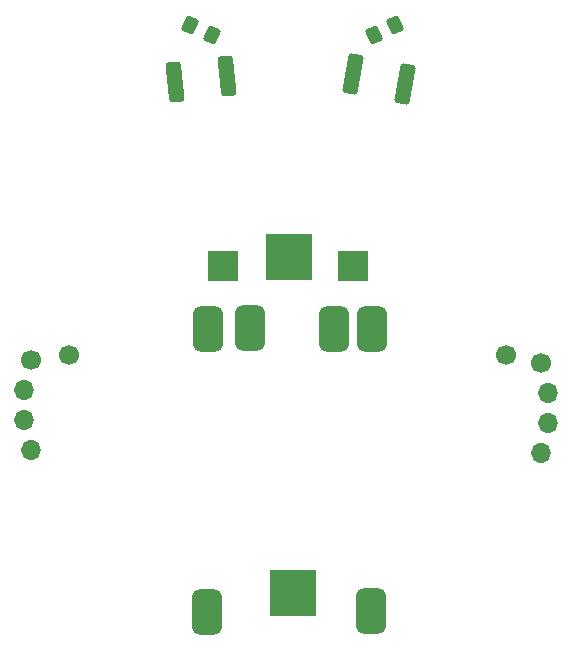
<source format=gbr>
%TF.GenerationSoftware,KiCad,Pcbnew,7.0.9*%
%TF.CreationDate,2023-12-02T23:17:25+01:00*%
%TF.ProjectId,pilkbadge,70696c6b-6261-4646-9765-2e6b69636164,rev?*%
%TF.SameCoordinates,Original*%
%TF.FileFunction,Soldermask,Bot*%
%TF.FilePolarity,Negative*%
%FSLAX46Y46*%
G04 Gerber Fmt 4.6, Leading zero omitted, Abs format (unit mm)*
G04 Created by KiCad (PCBNEW 7.0.9) date 2023-12-02 23:17:25*
%MOMM*%
%LPD*%
G01*
G04 APERTURE LIST*
G04 Aperture macros list*
%AMRoundRect*
0 Rectangle with rounded corners*
0 $1 Rounding radius*
0 $2 $3 $4 $5 $6 $7 $8 $9 X,Y pos of 4 corners*
0 Add a 4 corners polygon primitive as box body*
4,1,4,$2,$3,$4,$5,$6,$7,$8,$9,$2,$3,0*
0 Add four circle primitives for the rounded corners*
1,1,$1+$1,$2,$3*
1,1,$1+$1,$4,$5*
1,1,$1+$1,$6,$7*
1,1,$1+$1,$8,$9*
0 Add four rect primitives between the rounded corners*
20,1,$1+$1,$2,$3,$4,$5,0*
20,1,$1+$1,$4,$5,$6,$7,0*
20,1,$1+$1,$6,$7,$8,$9,0*
20,1,$1+$1,$8,$9,$2,$3,0*%
G04 Aperture macros list end*
%ADD10C,1.700000*%
%ADD11O,1.700000X1.700000*%
%ADD12R,4.000000X4.000000*%
%ADD13RoundRect,0.250000X0.104372X0.545189X-0.484728X0.270488X-0.104372X-0.545189X0.484728X-0.270488X0*%
%ADD14RoundRect,0.250000X-0.645713X-1.358512X0.142133X-1.497431X0.645713X1.358512X-0.142133X1.497431X0*%
%ADD15R,2.500000X2.500000*%
%ADD16RoundRect,0.635750X0.635750X1.295250X-0.635750X1.295250X-0.635750X-1.295250X0.635750X-1.295250X0*%
%ADD17RoundRect,0.250000X0.246242X1.483868X-0.549375X1.400245X-0.246242X-1.483868X0.549375X-1.400245X0*%
%ADD18RoundRect,0.250000X-0.484728X-0.270488X0.104372X-0.545189X0.484728X0.270488X-0.104372X0.545189X0*%
G04 APERTURE END LIST*
D10*
%TO.C,J4*%
X89500000Y-79750000D03*
%TD*%
%TO.C,J3*%
X126500000Y-79750000D03*
%TD*%
%TO.C,J1*%
X86300000Y-80200000D03*
D11*
X85700000Y-82740000D03*
X85700000Y-85280000D03*
X86300000Y-87820000D03*
%TD*%
D12*
%TO.C,TP1*%
X108200000Y-71500000D03*
%TD*%
D13*
%TO.C,R2*%
X117178965Y-51816816D03*
X115321035Y-52683184D03*
%TD*%
D14*
%TO.C,D2*%
X113608803Y-56013633D03*
X117991197Y-56786367D03*
%TD*%
D15*
%TO.C,TP4*%
X102600000Y-72200000D03*
%TD*%
D10*
%TO.C,J2*%
X129495661Y-80452986D03*
D11*
X130095661Y-82992986D03*
X130095661Y-85532986D03*
X129495661Y-88072986D03*
%TD*%
D16*
%TO.C,U1*%
X115071500Y-101469000D03*
X112000000Y-77600000D03*
X104900000Y-77500000D03*
X101200000Y-101500000D03*
X101300000Y-77600000D03*
X115200000Y-77600000D03*
%TD*%
D17*
%TO.C,D1*%
X102912811Y-56167424D03*
X98487189Y-56632576D03*
%TD*%
D12*
%TO.C,TP2*%
X108500000Y-99950000D03*
%TD*%
D15*
%TO.C,TP3*%
X113600000Y-72250000D03*
%TD*%
D18*
%TO.C,R1*%
X99821035Y-51816816D03*
X101678965Y-52683184D03*
%TD*%
M02*

</source>
